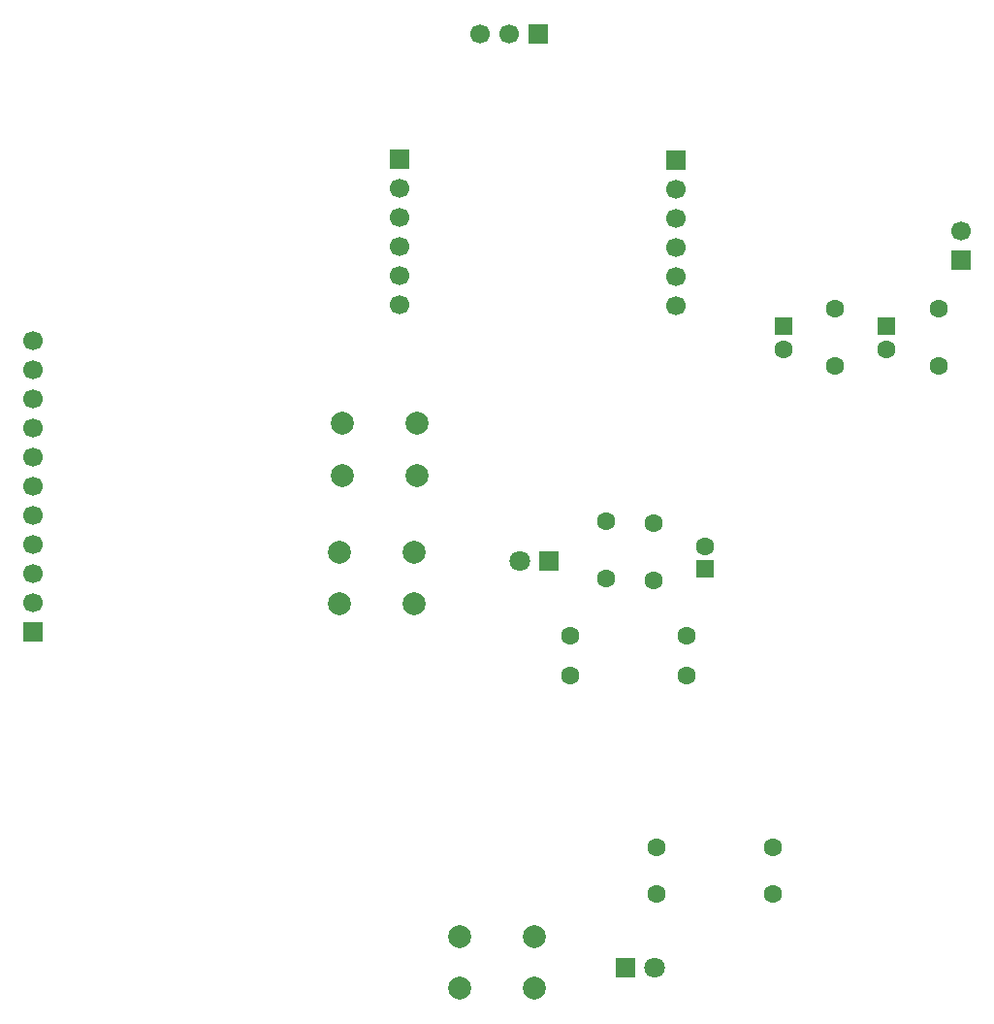
<source format=gbr>
%TF.GenerationSoftware,KiCad,Pcbnew,9.0.5*%
%TF.CreationDate,2025-11-26T15:00:46+01:00*%
%TF.ProjectId,planA,706c616e-412e-46b6-9963-61645f706362,rev?*%
%TF.SameCoordinates,Original*%
%TF.FileFunction,Soldermask,Bot*%
%TF.FilePolarity,Negative*%
%FSLAX46Y46*%
G04 Gerber Fmt 4.6, Leading zero omitted, Abs format (unit mm)*
G04 Created by KiCad (PCBNEW 9.0.5) date 2025-11-26 15:00:46*
%MOMM*%
%LPD*%
G01*
G04 APERTURE LIST*
G04 Aperture macros list*
%AMRoundRect*
0 Rectangle with rounded corners*
0 $1 Rounding radius*
0 $2 $3 $4 $5 $6 $7 $8 $9 X,Y pos of 4 corners*
0 Add a 4 corners polygon primitive as box body*
4,1,4,$2,$3,$4,$5,$6,$7,$8,$9,$2,$3,0*
0 Add four circle primitives for the rounded corners*
1,1,$1+$1,$2,$3*
1,1,$1+$1,$4,$5*
1,1,$1+$1,$6,$7*
1,1,$1+$1,$8,$9*
0 Add four rect primitives between the rounded corners*
20,1,$1+$1,$2,$3,$4,$5,0*
20,1,$1+$1,$4,$5,$6,$7,0*
20,1,$1+$1,$6,$7,$8,$9,0*
20,1,$1+$1,$8,$9,$2,$3,0*%
G04 Aperture macros list end*
%ADD10C,1.600000*%
%ADD11R,1.800000X1.800000*%
%ADD12C,1.800000*%
%ADD13RoundRect,0.250000X-0.550000X0.550000X-0.550000X-0.550000X0.550000X-0.550000X0.550000X0.550000X0*%
%ADD14R,1.700000X1.700000*%
%ADD15C,1.700000*%
%ADD16RoundRect,0.250000X0.550000X-0.550000X0.550000X0.550000X-0.550000X0.550000X-0.550000X-0.550000X0*%
%ADD17C,2.000000*%
G04 APERTURE END LIST*
D10*
%TO.C,C2*%
X145750000Y-77170000D03*
X145750000Y-82170000D03*
%TD*%
D11*
%TO.C,Power*%
X111750000Y-99170000D03*
D12*
X109210000Y-99170000D03*
%TD*%
D10*
%TO.C,R4*%
X121170000Y-124170000D03*
X131330000Y-124170000D03*
%TD*%
D13*
%TO.C,C1*%
X141250000Y-78670000D03*
D10*
X141250000Y-80670000D03*
%TD*%
D14*
%TO.C,Battery*%
X147750000Y-72945000D03*
D15*
X147750000Y-70405000D03*
%TD*%
D14*
%TO.C,SN1*%
X66750000Y-105370000D03*
D15*
X66750000Y-102830000D03*
X66750000Y-100290000D03*
X66750000Y-97750000D03*
X66750000Y-95210000D03*
X66750000Y-92670000D03*
X66750000Y-90130000D03*
X66750000Y-87590000D03*
X66750000Y-85050000D03*
X66750000Y-82510000D03*
X66750000Y-79970000D03*
%TD*%
D16*
%TO.C,C5*%
X125400000Y-99860000D03*
D10*
X125400000Y-97860000D03*
%TD*%
%TO.C,C7*%
X116750000Y-100670000D03*
X116750000Y-95670000D03*
%TD*%
D14*
%TO.C,J1*%
X98750000Y-64130000D03*
D15*
X98750000Y-66670000D03*
X98750000Y-69210000D03*
X98750000Y-71750000D03*
X98750000Y-74290000D03*
X98750000Y-76830000D03*
%TD*%
D10*
%TO.C,R1*%
X123750000Y-109170000D03*
X113590000Y-109170000D03*
%TD*%
D17*
%TO.C,Boot*%
X93500000Y-98420000D03*
X100000000Y-98420000D03*
X93500000Y-102920000D03*
X100000000Y-102920000D03*
%TD*%
D13*
%TO.C,C3*%
X132250000Y-78670000D03*
D10*
X132250000Y-80670000D03*
%TD*%
%TO.C,R2*%
X123750000Y-105670000D03*
X113590000Y-105670000D03*
%TD*%
D14*
%TO.C,USB Vcc Bat.*%
X110830000Y-53170000D03*
D15*
X108290000Y-53170000D03*
X105750000Y-53170000D03*
%TD*%
D17*
%TO.C,Start/Stop*%
X104000000Y-131920000D03*
X110500000Y-131920000D03*
X104000000Y-136420000D03*
X110500000Y-136420000D03*
%TD*%
D11*
%TO.C,Wifi*%
X118475000Y-134670000D03*
D12*
X121015000Y-134670000D03*
%TD*%
D17*
%TO.C,Reset*%
X93750000Y-87170000D03*
X100250000Y-87170000D03*
X93750000Y-91670000D03*
X100250000Y-91670000D03*
%TD*%
D10*
%TO.C,R3*%
X121170000Y-128170000D03*
X131330000Y-128170000D03*
%TD*%
D14*
%TO.C,DRV8833*%
X122877500Y-64161250D03*
D15*
X122877500Y-66701250D03*
X122877500Y-69241250D03*
X122877500Y-71781250D03*
X122877500Y-74321250D03*
X122877500Y-76861250D03*
%TD*%
D10*
%TO.C,C4*%
X136750000Y-77170000D03*
X136750000Y-82170000D03*
%TD*%
%TO.C,C6*%
X120900000Y-100860000D03*
X120900000Y-95860000D03*
%TD*%
M02*

</source>
